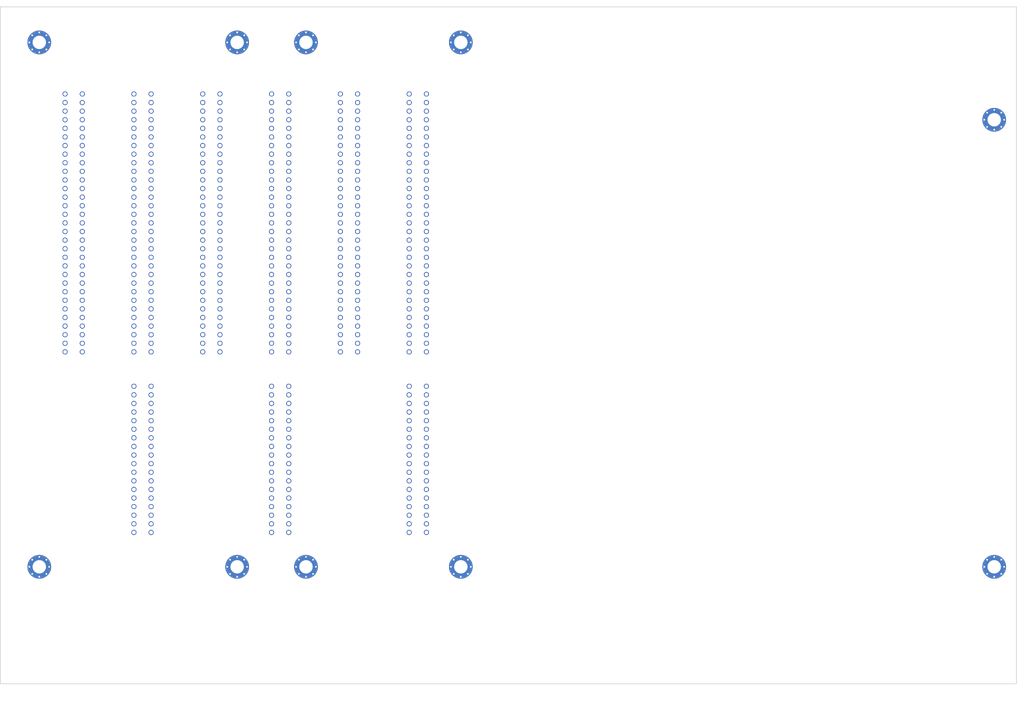
<source format=kicad_pcb>
(kicad_pcb (version 20241229) (generator "pcbnew") (generator_version "9.0")
  (title_block (title "Decimal ATX Motherboard (dATX)") (date "2025-08-10") (rev "0") (company "Jules Carboni") (comment 1 "dATX:   300×200 mm") (comment 2 "ISO A4: 297×210 mm"))
  (layers (0 "F.Cu" signal) (2 "B.Cu" signal) (13 "F.Paste" user) (15 "B.Paste" user) (5 "F.SilkS" user "F.Silkscreen") (7 "B.SilkS" user "B.Silkscreen") (1 "F.Mask" user) (3 "B.Mask" user) (25 "Edge.Cuts" user))
  (net 0 "")
  (footprint "HOLE" (layer "F.Cu") (at 119.92 40.5)
    (property "Reference" "")
    (property "Value" "")
  )
  (footprint "HOLE" (layer "F.Cu") (at 61.5 195.44)
    (property "Reference" "")
    (property "Value" "")
  )
  (footprint "HOLE" (layer "F.Cu") (at 185.96 40.5)
    (property "Reference" "")
    (property "Value" "")
  )
  (footprint "HOLE" (layer "F.Cu") (at 343.44 195.44)
    (property "Reference" "")
    (property "Value" "")
  )
  (footprint "HOLE" (layer "F.Cu") (at 61.5 40.5)
    (property "Reference" "")
    (property "Value" "")
  )
  (footprint "16bISA" (layer "F.Cu") (at 132.6152 55.74)
    (property "Reference" "")
    (property "Value" "")
  )
  (footprint "HOLE" (layer "F.Cu") (at 140.24 40.5)
    (property "Reference" "")
    (property "Value" "")
  )
  (footprint "HOLE" (layer "F.Cu") (at 185.96 195.44)
    (property "Reference" "")
    (property "Value" "")
  )
  (footprint "16bISA" (layer "F.Cu") (at 91.9752 55.74)
    (property "Reference" "")
    (property "Value" "")
  )
  (footprint "8bISA" (layer "F.Cu") (at 71.6552 55.74)
    (property "Reference" "")
    (property "Value" "")
  )
  (footprint "HOLE" (layer "F.Cu") (at 140.24 195.44)
    (property "Reference" "")
    (property "Value" "")
  )
  (footprint "8bISA" (layer "F.Cu") (at 152.9352 55.74)
    (property "Reference" "")
    (property "Value" "")
  )
  (footprint "HOLE" (layer "F.Cu") (at 119.92 195.44)
    (property "Reference" "")
    (property "Value" "")
  )
  (footprint "16bISA" (layer "F.Cu") (at 173.2552 55.74)
    (property "Reference" "")
    (property "Value" "")
  )
  (footprint "HOLE" (layer "F.Cu") (at 343.44 63.36)
    (property "Reference" "")
    (property "Value" "")
  )
  (footprint "8bISA" (layer "F.Cu") (at 112.2952 55.74)
    (property "Reference" "")
    (property "Value" "")
  )
  (gr_rect (start 50 30) (end 350 230) (stroke (width 0.2)) (fill no) (layer "Edge.Cuts"))
)
</source>
